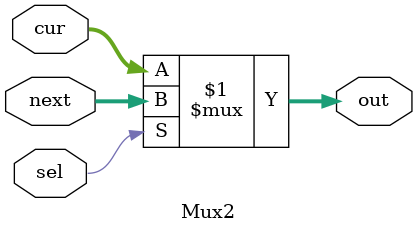
<source format=v>
module Mux2( out, cur, next, sel ) ;
	input [31:0]cur, next ;
	input sel ;
	output [31:0]out ;
	assign out = sel ? next : cur ;
endmodule
</source>
